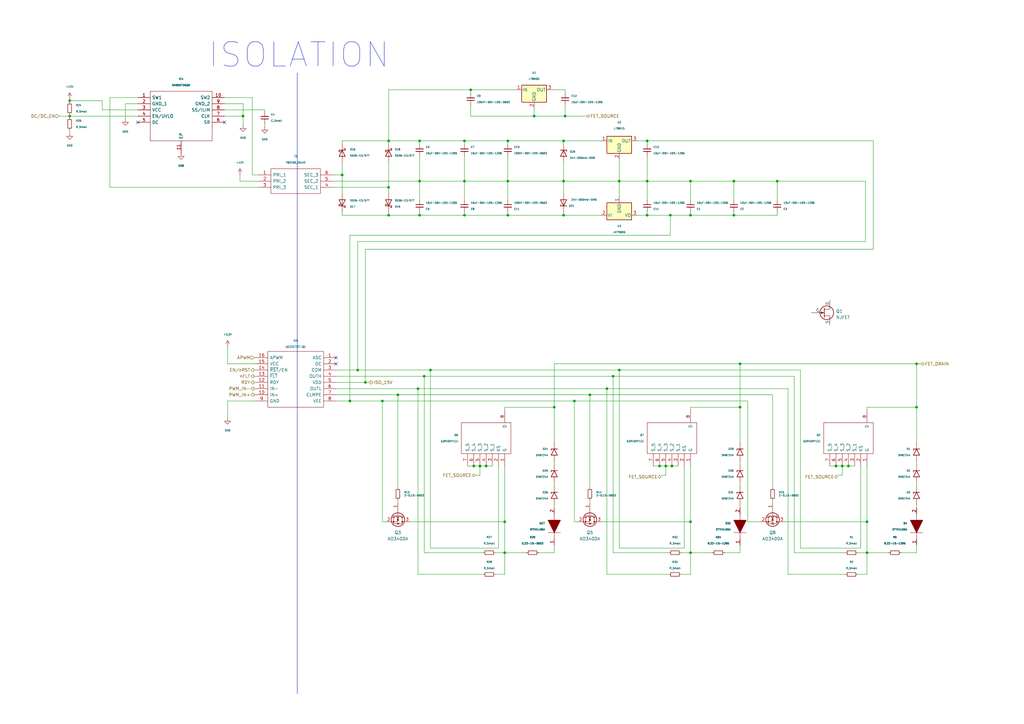
<source format=kicad_sch>
(kicad_sch (version 20230121) (generator eeschema)
  (paper "A3")
  (title_block (title "Low Side Power Stage") (rev "1.0") (company "Logan Rosenmayer"))
  (lib_symbols
    (symbol "Device:C_Small" (pin_numbers hide) (pin_names (offset 0.254) hide)
      (property "Reference" "C" (at 0.254 1.778 0))
      (property "Value" "C_Small" (at 0.254 -2.032 0))
      (symbol "C_Small_1_1"
        (pin passive line (at 0 2.54 270) (length 2.032) (name "~") (number "1"))
        (pin passive line (at 0 -2.54 90) (length 2.032) (name "~") (number "2"))
      )
    )
    (symbol "Device:D_Schottky" (pin_numbers hide) (pin_names (offset 1.016) hide)
      (property "Reference" "D" (at 0 2.54 0))
      (property "Value" "D_Schottky" (at 0 -2.54 0))
      (symbol "D_Schottky_1_1"
        (pin passive line (at -3.81 0 0) (length 2.54) (name "K") (number "1"))
        (pin passive line (at 3.81 0 180) (length 2.54) (name "A") (number "2"))
      )
    )
    (symbol "Device:D_Zener" (pin_numbers hide) (pin_names (offset 1.016) hide)
      (property "Reference" "D" (at 0 2.54 0))
      (property "Value" "D_Zener" (at 0 -2.54 0))
      (symbol "D_Zener_1_1"
        (pin passive line (at -3.81 0 0) (length 2.54) (name "K") (number "1"))
        (pin passive line (at 3.81 0 180) (length 2.54) (name "A") (number "2"))
      )
    )
    (symbol "Device:R_Small" (pin_numbers hide) (pin_names (offset 0.254) hide)
      (property "Reference" "R" (at 0.762 0.508 0))
      (property "Value" "R_Small" (at 0.762 -1.016 0))
      (symbol "R_Small_1_1"
        (pin passive line (at 0 2.54 270) (length 0.762) (name "~") (number "1"))
        (pin passive line (at 0 -2.54 90) (length 0.762) (name "~") (number "2"))
      )
    )
    (symbol "Diode:SM6T24A" (pin_numbers hide) (pin_names (offset 1.016) hide)
      (property "Reference" "D" (at 0 2.54 0))
      (property "Value" "SM6T24A" (at 0 -2.54 0))
      (symbol "SM6T24A_1_1"
        (pin passive line (at -3.81 0 0) (length 2.54) (name "A1") (number "1"))
        (pin passive line (at 3.81 0 180) (length 2.54) (name "A2") (number "2"))
      )
    )
    (symbol "Regulator_Linear:L7805" (pin_names (offset 0.254))
      (property "Reference" "U" (at -3.81 3.175 0))
      (property "Value" "L7805" (at 0 3.175 0))
      (symbol "L7805_1_1"
        (pin power_in line (at -7.62 0 0) (length 2.54) (name "IN") (number "1"))
        (pin power_in line (at 0 -7.62 90) (length 2.54) (name "GND") (number "2"))
        (pin power_out line (at 7.62 0 180) (length 2.54) (name "OUT") (number "3"))
      )
    )
    (symbol "Regulator_Linear:L7815" (pin_names (offset 0.254))
      (property "Reference" "U" (at -3.81 3.175 0))
      (property "Value" "L7815" (at 0 3.175 0))
      (symbol "L7815_1_1"
        (pin power_in line (at -7.62 0 0) (length 2.54) (name "IN") (number "1"))
        (pin power_in line (at 0 -7.62 90) (length 2.54) (name "GND") (number "2"))
        (pin power_out line (at 7.62 0 180) (length 2.54) (name "OUT") (number "3"))
      )
    )
    (symbol "Regulator_Linear:LM7905_TO220" (pin_names (offset 0.254))
      (property "Reference" "U" (at -3.81 -3.175 0))
      (property "Value" "LM7905_TO220" (at 0 -3.175 0))
      (symbol "LM7905_TO220_1_1"
        (pin power_in line (at 0 7.62 270) (length 2.54) (name "GND") (number "1"))
        (pin power_in line (at -7.62 0 0) (length 2.54) (name "VI") (number "2"))
        (pin power_out line (at 7.62 0 180) (length 2.54) (name "VO") (number "3"))
      )
    )
    (symbol "SamacSys_Parts:782100_35JVC" (pin_names (offset 0.762))
      (property "Reference" "T" (at 26.67 7.62 0))
      (property "Value" "782100_35JVC" (at 26.67 5.08 0))
      (symbol "782100_35JVC_0_0"
        (pin passive line (at 0 0 0) (length 5.08) (name "PRI_1") (number "1"))
        (pin passive line (at 0 -2.54 0) (length 5.08) (name "PRI_2") (number "2"))
        (pin passive line (at 0 -5.08 0) (length 5.08) (name "PRI_3") (number "3"))
        (pin passive line (at 30.48 -5.08 180) (length 5.08) (name "SEC_1") (number "4"))
        (pin passive line (at 30.48 -2.54 180) (length 5.08) (name "SEC_2") (number "5"))
        (pin passive line (at 30.48 0 180) (length 5.08) (name "SEC_3") (number "6"))
      )
    )
    (symbol "SamacSys_Parts:G3R40MT12J" (pin_names (offset 0.762))
      (property "Reference" "Q" (at 19.05 7.62 0))
      (property "Value" "G3R40MT12J" (at 19.05 5.08 0))
      (symbol "G3R40MT12J_0_0"
        (pin passive line (at 0 0 0) (length 5.08) (name "G") (number "1"))
        (pin passive line (at 0 -2.54 0) (length 5.08) (name "KS") (number "2"))
        (pin passive line (at 0 -5.08 0) (length 5.08) (name "S_1") (number "3"))
        (pin passive line (at 0 -7.62 0) (length 5.08) (name "S_2") (number "4"))
        (pin passive line (at 0 -10.16 0) (length 5.08) (name "S_3") (number "5"))
        (pin passive line (at 0 -12.7 0) (length 5.08) (name "S_4") (number "6"))
        (pin passive line (at 0 -15.24 0) (length 5.08) (name "S_5") (number "7"))
        (pin passive line (at 22.86 0 180) (length 5.08) (name "D") (number "8"))
      )
    )
    (symbol "SamacSys_Parts:SN6507DGQR" (pin_names (offset 0.762))
      (property "Reference" "IC" (at 31.75 7.62 0))
      (property "Value" "SN6507DGQR" (at 31.75 5.08 0))
      (symbol "SN6507DGQR_0_0"
        (pin passive line (at 0 0 0) (length 5.08) (name "SW1") (number "1"))
        (pin passive line (at 35.56 0 180) (length 5.08) (name "SW2") (number "10"))
        (pin passive line (at 17.78 -22.86 90) (length 5.08) (name "EP") (number "11"))
        (pin passive line (at 0 -2.54 0) (length 5.08) (name "GND_1") (number "2"))
        (pin passive line (at 0 -5.08 0) (length 5.08) (name "VCC") (number "3"))
        (pin passive line (at 0 -7.62 0) (length 5.08) (name "EN/UVLO") (number "4"))
        (pin passive line (at 0 -10.16 0) (length 5.08) (name "DC") (number "5"))
        (pin passive line (at 35.56 -10.16 180) (length 5.08) (name "SR") (number "6"))
        (pin passive line (at 35.56 -7.62 180) (length 5.08) (name "CLK") (number "7"))
        (pin passive line (at 35.56 -5.08 180) (length 5.08) (name "SS/ILIM") (number "8"))
        (pin passive line (at 35.56 -2.54 180) (length 5.08) (name "GND_2") (number "9"))
      )
    )
    (symbol "SamacSys_Parts:STTH1L06A" (pin_names (offset 0.762))
      (property "Reference" "D" (at 11.43 5.08 0))
      (property "Value" "STTH1L06A" (at 11.43 2.54 0))
      (symbol "STTH1L06A_0_0"
        (pin passive line (at 0 0 0) (length 2.54) (name "~") (number "1"))
        (pin passive line (at 15.24 0 180) (length 2.54) (name "~") (number "2"))
      )
    )
    (symbol "SamacSys_Parts:UCC21755-Q1" (pin_names (offset 0.762))
      (property "Reference" "IC5" (at -16.51 7.62 0))
      (property "Value" "UCC21755-Q1" (at -16.51 5.08 0))
      (symbol "UCC21755-Q1_0_0"
        (pin passive line (at 0 0 0) (length 5.08) (name "ASC") (number "1"))
        (pin passive line (at 33.02 -15.24 180) (length 5.08) (name "IN+") (number "10"))
        (pin passive line (at 33.02 -12.7 180) (length 5.08) (name "IN-") (number "11"))
        (pin passive line (at 33.02 -10.16 180) (length 5.08) (name "RDY") (number "12"))
        (pin passive line (at 33.02 -7.62 180) (length 5.08) (name "~{FLT}") (number "13"))
        (pin passive line (at 33.02 -5.08 180) (length 5.08) (name "~{RST}/EN") (number "14"))
        (pin passive line (at 33.02 -2.54 180) (length 5.08) (name "VCC") (number "15"))
        (pin passive line (at 33.02 0 180) (length 5.08) (name "APWM") (number "16"))
        (pin passive line (at 0 -2.54 0) (length 5.08) (name "OC") (number "2"))
        (pin passive line (at 0 -5.08 0) (length 5.08) (name "COM") (number "3"))
        (pin passive line (at 0 -7.62 0) (length 5.08) (name "OUTH") (number "4"))
        (pin passive line (at 0 -10.16 0) (length 5.08) (name "VDD") (number "5"))
        (pin passive line (at 0 -12.7 0) (length 5.08) (name "OUTL") (number "6"))
        (pin passive line (at 0 -15.24 0) (length 5.08) (name "CLMPE") (number "7"))
        (pin passive line (at 0 -17.78 0) (length 5.08) (name "VEE") (number "8"))
        (pin passive line (at 33.02 -17.78 180) (length 5.08) (name "GND") (number "9"))
      )
    )
    (symbol "Simulation_SPICE:NJFET" (pin_numbers hide) (pin_names (offset 0))
      (property "Reference" "Q" (at 5.08 1.27 0))
      (property "Value" "NJFET" (at 5.08 -1.27 0))
      (symbol "NJFET_1_1"
        (pin passive line (at 2.54 5.08 270) (length 2.54) (name "D") (number "1"))
        (pin input line (at -5.08 0 0) (length 5.334) (name "G") (number "2"))
        (pin passive line (at 2.54 -5.08 90) (length 2.54) (name "S") (number "3"))
      )
    )
    (symbol "Transistor_FET:AO3400A" (pin_names hide)
      (property "Reference" "Q" (at 5.08 1.905 0))
      (property "Value" "AO3400A" (at 5.08 0 0))
      (symbol "AO3400A_1_1"
        (pin input line (at -5.08 0 0) (length 2.54) (name "G") (number "1"))
        (pin passive line (at 2.54 -5.08 90) (length 2.54) (name "S") (number "2"))
        (pin passive line (at 2.54 5.08 270) (length 2.54) (name "D") (number "3"))
      )
    )
    (symbol "power:+12V" (power) (pin_names (offset 0))
      (property "Value" "+12V" (at 0 3.556 0))
      (symbol "+12V_1_1"
        (pin power_in line (at 0 0 90) (length 0) hide (name "+12V") (number "1"))
      )
    )
    (symbol "power:+3.3V" (power) (pin_names (offset 0))
      (property "Value" "+3.3V" (at 0 3.556 0))
      (symbol "+3.3V_1_1"
        (pin power_in line (at 0 0 90) (length 0) hide (name "+3.3V") (number "1"))
      )
    )
    (symbol "power:GND" (power) (pin_names (offset 0))
      (property "Value" "GND" (at 0 -3.81 0))
      (symbol "GND_1_1"
        (pin power_in line (at 0 0 270) (length 0) hide (name "GND") (number "1"))
      )
    )
  )
  (junction (at 254 74.295))
  (junction (at 190.5 88.265))
  (junction (at 171.45 159.385))
  (junction (at 303.53 167.005))
  (junction (at 190.5 74.295))
  (junction (at 270.51 191.135))
  (junction (at 235.585 164.465))
  (junction (at 283.21 88.265))
  (junction (at 172.085 57.785))
  (junction (at 231.14 88.265))
  (junction (at 355.6 213.995))
  (junction (at 149.86 156.845))
  (junction (at 300.99 74.295))
  (junction (at 199.39 191.135))
  (junction (at 265.43 88.265))
  (junction (at 143.51 164.465))
  (junction (at 375.92 149.225))
  (junction (at 28.575 41.275))
  (junction (at 227.33 167.005))
  (junction (at 265.43 74.295))
  (junction (at 207.01 226.695))
  (junction (at 283.21 226.695))
  (junction (at 241.935 161.925))
  (junction (at 163.195 161.925))
  (junction (at 208.28 74.295))
  (junction (at 265.43 57.785))
  (junction (at 159.385 88.265))
  (junction (at 219.075 47.625))
  (junction (at 156.845 164.465))
  (junction (at 355.6 226.695))
  (junction (at 140.335 71.755))
  (junction (at 275.59 191.135))
  (junction (at 28.575 47.625))
  (junction (at 172.085 74.295))
  (junction (at 190.5 57.785))
  (junction (at 347.98 191.135))
  (junction (at 99.695 47.625))
  (junction (at 172.085 88.265))
  (junction (at 274.955 88.265))
  (junction (at 303.53 149.225))
  (junction (at 283.21 213.995))
  (junction (at 196.85 191.135))
  (junction (at 208.28 88.265))
  (junction (at 283.21 74.295))
  (junction (at 318.77 74.295))
  (junction (at 207.01 213.995))
  (junction (at 231.775 47.625))
  (junction (at 300.99 88.265))
  (junction (at 342.9 191.135))
  (junction (at 176.53 151.765))
  (junction (at 345.44 191.135))
  (junction (at 254 151.765))
  (junction (at 248.92 159.385))
  (junction (at 231.14 74.295))
  (junction (at 173.99 154.305))
  (junction (at 193.04 36.83))
  (junction (at 251.46 154.305))
  (junction (at 146.685 151.765))
  (junction (at 159.385 76.835))
  (junction (at 208.28 57.785))
  (junction (at 194.31 191.135))
  (junction (at 375.92 167.005))
  (junction (at 273.05 191.135))
  (junction (at 159.385 57.785))
  (junction (at 231.14 57.785))
  (no_connect (at 56.515 50.165))
  (no_connect (at 92.075 50.165))
  (no_connect (at 137.795 149.225))
  (no_connect (at 137.795 146.685))
  (wire (pts (xy 172.085 86.995) (xy 172.085 88.265)))
  (wire (pts (xy 176.53 151.765) (xy 254 151.765)))
  (wire (pts (xy 283.21 74.295) (xy 300.99 74.295)))
  (wire (pts (xy 231.14 88.265) (xy 231.14 86.995)))
  (wire (pts (xy 193.04 38.1) (xy 193.04 36.83)))
  (wire (pts (xy 92.075 47.625) (xy 99.695 47.625)))
  (wire (pts (xy 300.99 88.265) (xy 318.77 88.265)))
  (wire (pts (xy 342.9 191.135) (xy 340.36 191.135)))
  (wire (pts (xy 248.92 159.385) (xy 248.92 235.585)))
  (wire (pts (xy 140.335 88.265) (xy 159.385 88.265)))
  (wire (pts (xy 104.14 151.765) (xy 104.775 151.765)))
  (wire (pts (xy 283.21 191.135) (xy 283.21 213.995)))
  (wire (pts (xy 146.685 151.765) (xy 146.685 99.06)))
  (wire (pts (xy 303.53 167.005) (xy 303.53 181.61)))
  (wire (pts (xy 196.85 191.135) (xy 194.31 191.135)))
  (wire (pts (xy 261.62 57.785) (xy 265.43 57.785)))
  (wire (pts (xy 92.075 40.005) (xy 103.505 40.005)))
  (wire (pts (xy 323.215 235.585) (xy 346.71 235.585)))
  (wire (pts (xy 28.575 46.99) (xy 28.575 47.625)))
  (wire (pts (xy 325.755 226.695) (xy 325.755 154.305)))
  (wire (pts (xy 156.845 164.465) (xy 235.585 164.465)))
  (wire (pts (xy 104.14 156.845) (xy 104.775 156.845)))
  (wire (pts (xy 303.53 189.23) (xy 303.53 190.5)))
  (wire (pts (xy 283.21 226.695) (xy 279.4 226.695)))
  (wire (pts (xy 280.67 191.135) (xy 280.67 224.79)))
  (wire (pts (xy 318.77 88.265) (xy 318.77 86.995)))
  (wire (pts (xy 270.51 191.135) (xy 267.97 191.135)))
  (wire (pts (xy 265.43 57.785) (xy 358.14 57.785)))
  (wire (pts (xy 306.705 164.465) (xy 306.705 213.995)))
  (wire (pts (xy 375.92 207.01) (xy 375.92 208.28)))
  (wire (pts (xy 321.945 213.995) (xy 355.6 213.995)))
  (wire (pts (xy 98.425 74.295) (xy 98.425 71.755)))
  (wire (pts (xy 201.93 191.135) (xy 199.39 191.135)))
  (wire (pts (xy 106.045 74.295) (xy 98.425 74.295)))
  (wire (pts (xy 190.5 74.295) (xy 208.28 74.295)))
  (wire (pts (xy 208.28 88.265) (xy 208.28 86.995)))
  (wire (pts (xy 375.92 149.225) (xy 377.825 149.225)))
  (wire (pts (xy 227.33 226.695) (xy 220.98 226.695)))
  (wire (pts (xy 375.92 167.005) (xy 375.92 181.61)))
  (wire (pts (xy 219.075 44.45) (xy 219.075 47.625)))
  (wire (pts (xy 227.33 167.005) (xy 207.01 167.005)))
  (wire (pts (xy 254 224.79) (xy 280.67 224.79)))
  (wire (pts (xy 219.075 47.625) (xy 231.775 47.625)))
  (wire (pts (xy 364.49 226.695) (xy 355.6 226.695)))
  (wire (pts (xy 227.33 198.12) (xy 227.33 199.39)))
  (wire (pts (xy 28.575 47.625) (xy 28.575 48.26)))
  (wire (pts (xy 355.6 226.695) (xy 355.6 235.585)))
  (wire (pts (xy 300.99 88.265) (xy 300.99 86.995)))
  (wire (pts (xy 303.53 167.005) (xy 283.21 167.005)))
  (wire (pts (xy 172.085 88.265) (xy 190.5 88.265)))
  (wire (pts (xy 92.075 45.085) (xy 108.585 45.085)))
  (wire (pts (xy 231.14 66.675) (xy 231.14 74.295)))
  (wire (pts (xy 51.435 48.895) (xy 51.435 42.545)))
  (wire (pts (xy 190.5 88.265) (xy 190.5 86.995)))
  (wire (pts (xy 318.77 74.295) (xy 354.965 74.295)))
  (wire (pts (xy 159.385 88.265) (xy 159.385 86.995)))
  (wire (pts (xy 316.865 205.105) (xy 316.865 206.375)))
  (wire (pts (xy 93.345 149.225) (xy 93.345 142.24)))
  (wire (pts (xy 208.28 88.265) (xy 231.14 88.265)))
  (wire (pts (xy 193.04 43.18) (xy 193.04 47.625)))
  (wire (pts (xy 227.33 167.005) (xy 227.33 181.61)))
  (wire (pts (xy 104.14 146.685) (xy 104.775 146.685)))
  (wire (pts (xy 328.295 224.79) (xy 353.06 224.79)))
  (wire (pts (xy 254 151.765) (xy 254 224.79)))
  (wire (pts (xy 292.1 226.695) (xy 283.21 226.695)))
  (wire (pts (xy 143.51 164.465) (xy 137.795 164.465)))
  (wire (pts (xy 149.86 156.845) (xy 151.765 156.845)))
  (wire (pts (xy 28.575 41.275) (xy 41.91 41.275)))
  (wire (pts (xy 283.21 88.265) (xy 283.21 86.995)))
  (wire (pts (xy 140.335 57.785) (xy 159.385 57.785)))
  (wire (pts (xy 159.385 76.835) (xy 159.385 79.375)))
  (wire (pts (xy 136.525 76.835) (xy 159.385 76.835)))
  (wire (pts (xy 93.345 171.45) (xy 93.345 164.465)))
  (wire (pts (xy 231.14 88.265) (xy 246.38 88.265)))
  (wire (pts (xy 278.13 191.135) (xy 275.59 191.135)))
  (wire (pts (xy 51.435 42.545) (xy 56.515 42.545)))
  (wire (pts (xy 355.6 226.695) (xy 351.79 226.695)))
  (wire (pts (xy 140.335 59.055) (xy 140.335 57.785)))
  (wire (pts (xy 190.5 57.785) (xy 208.28 57.785)))
  (wire (pts (xy 208.28 59.055) (xy 208.28 57.785)))
  (wire (pts (xy 231.14 57.785) (xy 231.14 59.055)))
  (wire (pts (xy 104.14 154.305) (xy 104.775 154.305)))
  (wire (pts (xy 207.01 213.995) (xy 207.01 226.695)))
  (wire (pts (xy 235.585 213.995) (xy 236.855 213.995)))
  (polyline (pts (xy 121.92 29.845) (xy 121.92 284.48)))
  (wire (pts (xy 231.775 47.625) (xy 240.665 47.625)))
  (wire (pts (xy 273.05 191.135) (xy 273.05 194.945)))
  (wire (pts (xy 163.195 161.925) (xy 241.935 161.925)))
  (wire (pts (xy 273.05 191.135) (xy 270.51 191.135)))
  (wire (pts (xy 45.085 40.005) (xy 56.515 40.005)))
  (wire (pts (xy 241.935 205.105) (xy 241.935 206.375)))
  (wire (pts (xy 375.92 226.695) (xy 369.57 226.695)))
  (wire (pts (xy 190.5 74.295) (xy 190.5 81.915)))
  (wire (pts (xy 45.085 76.835) (xy 106.045 76.835)))
  (wire (pts (xy 193.04 36.83) (xy 211.455 36.83)))
  (wire (pts (xy 137.795 156.845) (xy 149.86 156.845)))
  (wire (pts (xy 190.5 88.265) (xy 208.28 88.265)))
  (wire (pts (xy 172.085 74.295) (xy 172.085 64.135)))
  (wire (pts (xy 375.92 167.005) (xy 355.6 167.005)))
  (wire (pts (xy 163.195 205.105) (xy 163.195 206.375)))
  (wire (pts (xy 159.385 57.785) (xy 172.085 57.785)))
  (wire (pts (xy 215.9 226.695) (xy 207.01 226.695)))
  (wire (pts (xy 156.845 164.465) (xy 156.845 213.995)))
  (wire (pts (xy 204.47 191.135) (xy 204.47 224.79)))
  (wire (pts (xy 254 65.405) (xy 254 74.295)))
  (wire (pts (xy 265.43 64.135) (xy 265.43 74.295)))
  (wire (pts (xy 354.965 74.295) (xy 354.965 99.06)))
  (wire (pts (xy 343.535 194.945) (xy 345.44 194.945)))
  (wire (pts (xy 173.99 154.305) (xy 251.46 154.305)))
  (wire (pts (xy 353.06 191.135) (xy 353.06 224.79)))
  (wire (pts (xy 104.14 161.925) (xy 104.775 161.925)))
  (wire (pts (xy 28.575 53.34) (xy 28.575 54.61)))
  (wire (pts (xy 254 151.765) (xy 328.295 151.765)))
  (wire (pts (xy 198.12 226.695) (xy 173.99 226.695)))
  (wire (pts (xy 375.92 189.23) (xy 375.92 190.5)))
  (wire (pts (xy 140.335 71.755) (xy 140.335 79.375)))
  (wire (pts (xy 149.86 102.235) (xy 358.14 102.235)))
  (wire (pts (xy 208.28 74.295) (xy 208.28 64.135)))
  (wire (pts (xy 265.43 88.265) (xy 274.955 88.265)))
  (wire (pts (xy 103.505 71.755) (xy 103.505 40.005)))
  (wire (pts (xy 283.21 235.585) (xy 279.4 235.585)))
  (wire (pts (xy 172.085 57.785) (xy 190.5 57.785)))
  (wire (pts (xy 355.6 191.135) (xy 355.6 213.995)))
  (wire (pts (xy 274.955 88.265) (xy 283.21 88.265)))
  (wire (pts (xy 248.92 159.385) (xy 323.215 159.385)))
  (wire (pts (xy 171.45 235.585) (xy 171.45 159.385)))
  (wire (pts (xy 358.14 57.785) (xy 358.14 102.235)))
  (wire (pts (xy 328.295 151.765) (xy 328.295 224.79)))
  (wire (pts (xy 375.92 223.52) (xy 375.92 226.695)))
  (wire (pts (xy 136.525 71.755) (xy 140.335 71.755)))
  (wire (pts (xy 227.33 223.52) (xy 227.33 226.695)))
  (wire (pts (xy 196.85 191.135) (xy 196.85 194.945)))
  (wire (pts (xy 104.775 164.465) (xy 93.345 164.465)))
  (wire (pts (xy 227.33 189.23) (xy 227.33 190.5)))
  (wire (pts (xy 159.385 36.83) (xy 159.385 57.785)))
  (wire (pts (xy 208.28 74.295) (xy 231.14 74.295)))
  (wire (pts (xy 251.46 226.695) (xy 251.46 154.305)))
  (wire (pts (xy 300.99 74.295) (xy 318.77 74.295)))
  (wire (pts (xy 271.145 194.945) (xy 273.05 194.945)))
  (wire (pts (xy 194.945 194.945) (xy 196.85 194.945)))
  (wire (pts (xy 248.92 235.585) (xy 274.32 235.585)))
  (wire (pts (xy 45.085 40.005) (xy 45.085 76.835)))
  (wire (pts (xy 204.47 224.79) (xy 176.53 224.79)))
  (wire (pts (xy 241.935 161.925) (xy 316.865 161.925)))
  (wire (pts (xy 303.53 226.695) (xy 297.18 226.695)))
  (wire (pts (xy 199.39 191.135) (xy 196.85 191.135)))
  (wire (pts (xy 208.28 74.295) (xy 208.28 81.915)))
  (wire (pts (xy 325.755 226.695) (xy 346.71 226.695)))
  (wire (pts (xy 137.795 151.765) (xy 146.685 151.765)))
  (wire (pts (xy 251.46 154.305) (xy 325.755 154.305)))
  (wire (pts (xy 303.53 223.52) (xy 303.53 226.695)))
  (wire (pts (xy 350.52 191.135) (xy 347.98 191.135)))
  (wire (pts (xy 149.86 156.845) (xy 149.86 102.235)))
  (wire (pts (xy 171.45 159.385) (xy 137.795 159.385)))
  (wire (pts (xy 300.99 74.295) (xy 300.99 81.915)))
  (wire (pts (xy 303.53 207.01) (xy 303.53 208.28)))
  (wire (pts (xy 190.5 59.055) (xy 190.5 57.785)))
  (wire (pts (xy 306.705 213.995) (xy 311.785 213.995)))
  (wire (pts (xy 176.53 151.765) (xy 176.53 224.79)))
  (wire (pts (xy 146.685 99.06) (xy 354.965 99.06)))
  (wire (pts (xy 274.32 226.695) (xy 251.46 226.695)))
  (wire (pts (xy 99.695 47.625) (xy 99.695 51.435)))
  (wire (pts (xy 108.585 45.085) (xy 108.585 45.72)))
  (wire (pts (xy 193.04 47.625) (xy 219.075 47.625)))
  (wire (pts (xy 24.13 47.625) (xy 28.575 47.625)))
  (wire (pts (xy 207.01 191.135) (xy 207.01 213.995)))
  (wire (pts (xy 227.33 149.225) (xy 227.33 167.005)))
  (wire (pts (xy 106.045 71.755) (xy 103.505 71.755)))
  (wire (pts (xy 355.6 213.995) (xy 355.6 226.695)))
  (wire (pts (xy 173.99 226.695) (xy 173.99 154.305)))
  (wire (pts (xy 156.845 213.995) (xy 158.115 213.995)))
  (wire (pts (xy 198.12 235.585) (xy 171.45 235.585)))
  (wire (pts (xy 99.695 42.545) (xy 99.695 47.625)))
  (wire (pts (xy 226.695 36.83) (xy 231.775 36.83)))
  (wire (pts (xy 318.77 74.295) (xy 318.77 81.915)))
  (wire (pts (xy 345.44 191.135) (xy 345.44 194.945)))
  (wire (pts (xy 231.14 79.375) (xy 231.14 74.295)))
  (wire (pts (xy 231.14 57.785) (xy 246.38 57.785)))
  (wire (pts (xy 159.385 36.83) (xy 193.04 36.83)))
  (wire (pts (xy 143.51 164.465) (xy 156.845 164.465)))
  (wire (pts (xy 28.575 40.64) (xy 28.575 41.275)))
  (wire (pts (xy 235.585 164.465) (xy 306.705 164.465)))
  (wire (pts (xy 283.21 88.265) (xy 300.99 88.265)))
  (wire (pts (xy 283.21 74.295) (xy 283.21 81.915)))
  (wire (pts (xy 108.585 50.8) (xy 108.585 52.07)))
  (wire (pts (xy 137.795 161.925) (xy 163.195 161.925)))
  (wire (pts (xy 265.43 88.265) (xy 265.43 86.995)))
  (wire (pts (xy 254 74.295) (xy 265.43 74.295)))
  (wire (pts (xy 173.99 154.305) (xy 137.795 154.305)))
  (wire (pts (xy 227.33 149.225) (xy 303.53 149.225)))
  (wire (pts (xy 41.91 45.085) (xy 41.91 41.275)))
  (wire (pts (xy 283.21 213.995) (xy 283.21 226.695)))
  (wire (pts (xy 208.28 57.785) (xy 231.14 57.785)))
  (wire (pts (xy 146.685 151.765) (xy 176.53 151.765)))
  (wire (pts (xy 190.5 74.295) (xy 190.5 64.135)))
  (wire (pts (xy 274.955 88.265) (xy 274.955 96.52)))
  (wire (pts (xy 28.575 47.625) (xy 56.515 47.625)))
  (wire (pts (xy 104.775 149.225) (xy 93.345 149.225)))
  (wire (pts (xy 159.385 76.835) (xy 159.385 66.675)))
  (wire (pts (xy 265.43 74.295) (xy 283.21 74.295)))
  (wire (pts (xy 355.6 235.585) (xy 351.79 235.585)))
  (wire (pts (xy 104.14 159.385) (xy 104.775 159.385)))
  (wire (pts (xy 303.53 149.225) (xy 375.92 149.225)))
  (wire (pts (xy 241.935 161.925) (xy 241.935 200.025)))
  (wire (pts (xy 323.215 159.385) (xy 323.215 235.585)))
  (wire (pts (xy 347.98 191.135) (xy 345.44 191.135)))
  (wire (pts (xy 345.44 191.135) (xy 342.9 191.135)))
  (wire (pts (xy 207.01 235.585) (xy 203.2 235.585)))
  (wire (pts (xy 56.515 45.085) (xy 41.91 45.085)))
  (wire (pts (xy 207.01 226.695) (xy 207.01 235.585)))
  (wire (pts (xy 355.6 167.005) (xy 355.6 168.275)))
  (wire (pts (xy 207.01 167.005) (xy 207.01 168.275)))
  (wire (pts (xy 168.275 213.995) (xy 207.01 213.995)))
  (wire (pts (xy 163.195 161.925) (xy 163.195 200.025)))
  (wire (pts (xy 265.43 59.055) (xy 265.43 57.785)))
  (wire (pts (xy 28.575 41.275) (xy 28.575 41.91)))
  (wire (pts (xy 143.51 96.52) (xy 274.955 96.52)))
  (wire (pts (xy 207.01 226.695) (xy 203.2 226.695)))
  (wire (pts (xy 172.085 74.295) (xy 172.085 81.915)))
  (wire (pts (xy 261.62 88.265) (xy 265.43 88.265)))
  (wire (pts (xy 247.015 213.995) (xy 283.21 213.995)))
  (wire (pts (xy 275.59 191.135) (xy 273.05 191.135)))
  (wire (pts (xy 140.335 86.995) (xy 140.335 88.265)))
  (wire (pts (xy 235.585 164.465) (xy 235.585 213.995)))
  (wire (pts (xy 171.45 159.385) (xy 248.92 159.385)))
  (wire (pts (xy 231.14 74.295) (xy 254 74.295)))
  (wire (pts (xy 283.21 167.005) (xy 283.21 168.275)))
  (wire (pts (xy 254 74.295) (xy 254 80.645)))
  (wire (pts (xy 143.51 96.52) (xy 143.51 164.465)))
  (wire (pts (xy 303.53 149.225) (xy 303.53 167.005)))
  (wire (pts (xy 375.92 198.12) (xy 375.92 199.39)))
  (wire (pts (xy 265.43 74.295) (xy 265.43 81.915)))
  (wire (pts (xy 283.21 226.695) (xy 283.21 235.585)))
  (wire (pts (xy 99.695 42.545) (xy 92.075 42.545)))
  (wire (pts (xy 303.53 198.12) (xy 303.53 199.39)))
  (wire (pts (xy 172.085 74.295) (xy 190.5 74.295)))
  (wire (pts (xy 231.775 38.1) (xy 231.775 36.83)))
  (wire (pts (xy 136.525 74.295) (xy 172.085 74.295)))
  (wire (pts (xy 316.865 161.925) (xy 316.865 200.025)))
  (wire (pts (xy 375.92 167.005) (xy 375.92 149.225)))
  (wire (pts (xy 231.775 43.18) (xy 231.775 47.625)))
  (wire (pts (xy 227.33 207.01) (xy 227.33 208.28)))
  (wire (pts (xy 159.385 88.265) (xy 172.085 88.265)))
  (wire (pts (xy 194.31 191.135) (xy 191.77 191.135)))
  (wire (pts (xy 159.385 57.785) (xy 159.385 59.055)))
  (wire (pts (xy 172.085 57.785) (xy 172.085 59.055)))
  (wire (pts (xy 140.335 71.755) (xy 140.335 66.675)))
  (text "ISOLATION" (at 85.09 28.575 0) (effects (font (size 10 10)) (justify left bottom)))
  (hierarchical_label "FET_SOURCE" (shape bidirectional) (at 240.665 47.625 0))
  (hierarchical_label "FET_SOURCE" (shape bidirectional) (at 343.535 195.58 180))
  (hierarchical_label "PWM_IN-" (shape output) (at 104.14 159.385 180))
  (hierarchical_label "APWM" (shape input) (at 104.14 146.685 180))
  (hierarchical_label "EN{slash}nRST" (shape output) (at 104.14 151.765 180))
  (hierarchical_label "FET_SOURCE" (shape bidirectional) (at 194.945 194.945 180))
  (hierarchical_label "ISO_15V" (shape output) (at 151.765 156.845 0))
  (hierarchical_label "FET_SOURCE" (shape bidirectional) (at 271.145 195.58 180))
  (hierarchical_label "FET_DRAIN" (shape bidirectional) (at 377.825 149.225 0))
  (hierarchical_label "PWM_IN+" (shape output) (at 104.14 161.925 180))
  (hierarchical_label "RDY" (shape output) (at 104.14 156.845 180))
  (hierarchical_label "DC{slash}DC_EN" (shape input) (at 24.13 47.625 180))
  (hierarchical_label "nFLT" (shape output) (at 104.14 154.305 180))
  (symbol (lib_id "power:GND") (at 51.435 48.895 0) (unit 1)
    (property "Reference" "#PWR010" (effects hide))
    (property "Value" "GND" (at 51.435 53.975 0) (effects (font (size 0.75 0.75))))
  )
  (symbol (lib_id "SamacSys_Parts:STTH1L06A") (at 227.33 223.52 270) (mirror x) (unit 1)
    (property "Reference" "D27" (at 223.52 214.6299 90) (effects (font (size 0.75 0.75)) (justify right)))
    (property "Value" "STTH1L06A" (at 223.52 217.1699 90) (effects (font (size 0.75 0.75)) (justify right)))
    (property "Footprint" "DIOM5126X265N" (effects hide))
    (property "Datasheet" "http://www.st.com/web/en/resource/technical/document/datasheet/CD00002694.pdf" (effects hide))
    (property "Description" "Turbo2 rectifier STTH1L06A 1A 600V STMicroelectronics STTH1L06A, SMT Switching Diode, 600V 1A, 80ns, 2-Pin DO-214AC" (effects hide))
    (property "Height" "2.65" (effects hide))
    (property "Manufacturer_Name" "STMicroelectronics" (effects hide))
    (property "Manufacturer_Part_Number" "STTH1L06A" (effects hide))
    (property "Mouser Part Number" "511-STTH1L06A" (effects hide))
    (property "Mouser Price/Stock" "https://www.mouser.co.uk/ProductDetail/STMicroelectronics/STTH1L06A?qs=5tJXUXz1%2FlhmLURi5Sa7SQ%3D%3D" (effects hide))
    (property "Arrow Part Number" "STTH1L06A" (effects hide))
    (property "Arrow Price/Stock" "https://www.arrow.com/en/products/stth1l06a/stmicroelectronics?region=nac" (effects hide))
  )
  (symbol (lib_id "Device:D_Zener") (at 231.14 83.185 90) (unit 1)
    (property "Reference" "D21" (at 235.585 84.455 90) (effects (font (size 0.75 0.75)) (justify left)))
    (property "Value" "24V-550mW-SMB" (at 234.315 81.915 90) (effects (font (size 0.75 0.75)) (justify right)))
    (property "Footprint" "Diode_SMD:D_SMB" (effects hide))
  )
  (symbol (lib_id "power:GND") (at 99.695 51.435 0) (unit 1)
    (property "Reference" "#PWR015" (effects hide))
    (property "Value" "GND" (at 99.695 56.515 0) (effects (font (size 0.75 0.75))))
  )
  (symbol (lib_id "Device:D_Schottky") (at 140.335 83.185 270) (mirror x) (unit 1)
    (property "Reference" "D17" (at 143.51 84.7726 90) (effects (font (size 0.75 0.75)) (justify left)))
    (property "Value" "SS36-E3/57T" (at 143.51 82.2326 90) (effects (font (size 0.75 0.75)) (justify left)))
    (property "Footprint" "Diode_SMD:D_SMC" (effects hide))
  )
  (symbol (lib_id "Regulator_Linear:L7805") (at 219.075 36.83 0) (unit 1)
    (property "Reference" "U1" (at 219.075 29.845 0) (effects (font (size 0.75 0.75))))
    (property "Value" "L78M05" (at 219.075 32.385 0) (effects (font (size 0.75 0.75))))
    (property "Footprint" "Package_TO_SOT_SMD:TO-252-2" (effects hide))
    (property "Datasheet" "http://www.st.com/content/ccc/resource/technical/document/datasheet/41/4f/b3/b0/12/d4/47/88/CD00000444.pdf/files/CD00000444.pdf/jcr:content/translations/en.CD00000444.pdf" (effects hide))
  )
  (symbol (lib_id "power:GND") (at 28.575 54.61 0) (unit 1)
    (property "Reference" "#PWR09" (effects hide))
    (property "Value" "GND" (at 28.575 59.69 0) (effects (font (size 0.75 0.75))))
  )
  (symbol (lib_id "Device:C_Small") (at 265.43 84.455 0) (mirror y) (unit 1)
    (property "Reference" "C14" (at 267.97 85.7315 0) (effects (font (size 0.75 0.75)) (justify right)))
    (property "Value" "10uF-50V-10%-1206" (at 267.97 83.1915 0) (effects (font (size 0.75 0.75)) (justify right)))
  )
  (symbol (lib_id "Device:D_Schottky") (at 159.385 83.185 270) (mirror x) (unit 1)
    (property "Reference" "D19" (at 161.925 84.7726 90) (effects (font (size 0.75 0.75)) (justify left)))
    (property "Value" "SS36-E3/57T" (at 161.925 82.2326 90) (effects (font (size 0.75 0.75)) (justify left)))
    (property "Footprint" "Diode_SMD:D_SMC" (effects hide))
  )
  (symbol (lib_id "Diode:SM6T24A") (at 303.53 185.42 90) (mirror x) (unit 1)
    (property "Reference" "D29" (at 300.99 184.1499 90) (effects (font (size 0.75 0.75)) (justify left)))
    (property "Value" "SM6T24A" (at 300.99 186.6899 90) (effects (font (size 0.75 0.75)) (justify left)))
    (property "Footprint" "Diode_SMD:D_SMB" (effects hide))
    (property "Datasheet" "https://www.st.com/resource/en/datasheet/sm6t.pdf" (effects hide))
  )
  (symbol (lib_id "Diode:SM6T24A") (at 227.33 185.42 90) (mirror x) (unit 1)
    (property "Reference" "D24" (at 224.79 184.1499 90) (effects (font (size 0.75 0.75)) (justify left)))
    (property "Value" "SM6T24A" (at 224.79 186.6899 90) (effects (font (size 0.75 0.75)) (justify left)))
    (property "Footprint" "Diode_SMD:D_SMB" (effects hide))
    (property "Datasheet" "https://www.st.com/resource/en/datasheet/sm6t.pdf" (effects hide))
  )
  (symbol (lib_id "Device:R_Small") (at 294.64 226.695 270) (mirror x) (unit 1)
    (property "Reference" "R34" (at 294.64 220.345 90) (effects (font (size 0.75 0.75))))
    (property "Value" "0.22-1%-1206" (at 294.64 222.885 90) (effects (font (size 0.75 0.75))))
  )
  (symbol (lib_id "SamacSys_Parts:STTH1L06A") (at 303.53 223.52 270) (mirror x) (unit 1)
    (property "Reference" "D32" (at 299.72 214.6299 90) (effects (font (size 0.75 0.75)) (justify right)))
    (property "Value" "STTH1L06A" (at 299.72 217.1699 90) (effects (font (size 0.75 0.75)) (justify right)))
    (property "Footprint" "DIOM5126X265N" (effects hide))
    (property "Datasheet" "http://www.st.com/web/en/resource/technical/document/datasheet/CD00002694.pdf" (effects hide))
    (property "Description" "Turbo2 rectifier STTH1L06A 1A 600V STMicroelectronics STTH1L06A, SMT Switching Diode, 600V 1A, 80ns, 2-Pin DO-214AC" (effects hide))
    (property "Height" "2.65" (effects hide))
    (property "Manufacturer_Name" "STMicroelectronics" (effects hide))
    (property "Manufacturer_Part_Number" "STTH1L06A" (effects hide))
    (property "Mouser Part Number" "511-STTH1L06A" (effects hide))
    (property "Mouser Price/Stock" "https://www.mouser.co.uk/ProductDetail/STMicroelectronics/STTH1L06A?qs=5tJXUXz1%2FlhmLURi5Sa7SQ%3D%3D" (effects hide))
    (property "Arrow Part Number" "STTH1L06A" (effects hide))
    (property "Arrow Price/Stock" "https://www.arrow.com/en/products/stth1l06a/stmicroelectronics?region=nac" (effects hide))
  )
  (symbol (lib_id "power:+12V") (at 98.425 71.755 0) (unit 1)
    (property "Reference" "#PWR014" (effects hide))
    (property "Value" "+12V" (at 98.425 66.675 0) (effects (font (size 0.75 0.75))))
  )
  (symbol (lib_id "Diode:SM6T24A") (at 227.33 203.2 90) (mirror x) (unit 1)
    (property "Reference" "D26" (at 224.79 201.9299 90) (effects (font (size 0.75 0.75)) (justify left)))
    (property "Value" "SM6T24A" (at 224.79 204.4699 90) (effects (font (size 0.75 0.75)) (justify left)))
    (property "Footprint" "Diode_SMD:D_SMB" (effects hide))
    (property "Datasheet" "https://www.st.com/resource/en/datasheet/sm6t.pdf" (effects hide))
  )
  (symbol (lib_id "Diode:SM6T24A") (at 303.53 203.2 90) (mirror x) (unit 1)
    (property "Reference" "D31" (at 300.99 201.9299 90) (effects (font (size 0.75 0.75)) (justify left)))
    (property "Value" "SM6T24A" (at 300.99 204.4699 90) (effects (font (size 0.75 0.75)) (justify left)))
    (property "Footprint" "Diode_SMD:D_SMB" (effects hide))
    (property "Datasheet" "https://www.st.com/resource/en/datasheet/sm6t.pdf" (effects hide))
  )
  (symbol (lib_id "Device:R_Small") (at 28.575 50.8 0) (unit 1)
    (property "Reference" "R25" (at 31.115 49.5299 0) (effects (font (size 0.75 0.75)) (justify left)))
    (property "Value" "R_Small" (at 31.115 52.0699 0) (effects (font (size 0.75 0.75)) (justify left)))
  )
  (symbol (lib_id "Diode:SM6T24A") (at 375.92 194.31 90) (mirror x) (unit 1)
    (property "Reference" "D2" (at 373.38 193.0399 90) (effects (font (size 0.75 0.75)) (justify left)))
    (property "Value" "SM6T24A" (at 373.38 195.5799 90) (effects (font (size 0.75 0.75)) (justify left)))
    (property "Footprint" "Diode_SMD:D_SMB" (effects hide))
    (property "Datasheet" "https://www.st.com/resource/en/datasheet/sm6t.pdf" (effects hide))
  )
  (symbol (lib_id "Device:C_Small") (at 172.085 61.595 180) (unit 1)
    (property "Reference" "C5" (at 174.625 60.3185 0) (effects (font (size 0.75 0.75)) (justify right)))
    (property "Value" "10uF-50V-10%-1206" (at 174.625 62.8585 0) (effects (font (size 0.75 0.75)) (justify right)))
  )
  (symbol (lib_id "Device:D_Zener") (at 231.14 62.865 270) (unit 1)
    (property "Reference" "D20" (at 233.68 62.2299 90) (effects (font (size 0.75 0.75)) (justify left)))
    (property "Value" "24V-550mW-SMB" (at 233.68 64.7699 90) (effects (font (size 0.75 0.75)) (justify left)))
    (property "Footprint" "Diode_SMD:D_SMB" (effects hide))
  )
  (symbol (lib_id "SamacSys_Parts:SN6507DGQR") (at 56.515 40.005 0) (unit 1)
    (property "Reference" "IC4" (at 74.295 32.385 0) (effects (font (size 0.75 0.75))))
    (property "Value" "SN6507DGQR" (at 74.295 34.925 0) (effects (font (size 0.75 0.75))))
    (property "Footprint" "SOP50P490X110-11N" (effects hide))
    (property "Datasheet" "https://www.ti.com/lit/ds/symlink/sn6507.pdf?ts=1666771541869&ref_url=https%253A%252F%252Fwww.ti.com%252Fproduct%252FSN6507" (effects hide))
    (property "Description" "Gate Drivers Low-emission 36-V push-pull transformer driver with duty cycle control for isolated power supplies" (effects hide))
    (property "Height" "1.1" (effects hide))
    (property "Manufacturer_Name" "Texas Instruments" (effects hide))
    (property "Manufacturer_Part_Number" "SN6507DGQR" (effects hide))
    (property "Mouser Part Number" "595-SN6507DGQR" (effects hide))
    (property "Mouser Price/Stock" "https://www.mouser.co.uk/ProductDetail/Texas-Instruments/SN6507DGQR?qs=vvQtp7zwQdOlI8FFS82ezA%3D%3D" (effects hide))
    (property "Arrow Part Number" "SN6507DGQR" (effects hide))
    (property "Arrow Price/Stock" "https://www.arrow.com/en/products/sn6507dgqr/texas-instruments?region=nac" (effects hide))
  )
  (symbol (lib_id "power:GND") (at 93.345 171.45 0) (mirror y) (unit 1)
    (property "Reference" "#PWR013" (effects hide))
    (property "Value" "GND" (at 93.345 176.53 0) (effects (font (size 0.75 0.75))))
  )
  (symbol (lib_id "Device:R_Small") (at 367.03 226.695 270) (mirror x) (unit 1)
    (property "Reference" "R9" (at 367.03 220.345 90) (effects (font (size 0.75 0.75))))
    (property "Value" "0.22-1%-1206" (at 367.03 222.885 90) (effects (font (size 0.75 0.75))))
  )
  (symbol (lib_id "SamacSys_Parts:G3R40MT12J") (at 207.01 191.135 270) (mirror x) (unit 1)
    (property "Reference" "Q6" (at 187.96 178.4349 90) (effects (font (size 0.75 0.75)) (justify right)))
    (property "Value" "G3R40MT12J" (at 187.96 180.9749 90) (effects (font (size 0.75 0.75)) (justify right)))
    (property "Footprint" "G3R40MT12J" (effects hide))
    (property "Datasheet" "https://genesicsemi.com/sic-mosfet/G3R40MT12J/G3R40MT12J.pdf" (effects hide))
    (property "Description" "GENESIC SEMICONDUCTOR - G3R40MT12J - Silicon Carbide MOSFET, Single, N Channel, 75 A, 1.2 kV, 0.04 ohm, TO-263 (D2PAK)" (effects hide))
    (property "Height" "4.81" (effects hide))
    (property "Manufacturer_Name" "GeneSiC Semiconductor" (effects hide))
    (property "Manufacturer_Part_Number" "G3R40MT12J" (effects hide))
    (property "Mouser Part Number" "905-G3R40MT12J" (effects hide))
    (property "Mouser Price/Stock" "https://www.mouser.co.uk/ProductDetail/GeneSiC-Semiconductor/G3R40MT12J?qs=zW32dvEIR3tuA9Z5S6Dqnw%3D%3D" (effects hide))
  )
  (symbol (lib_id "Device:R_Small") (at 276.86 226.695 270) (mirror x) (unit 1)
    (property "Reference" "R32" (at 276.86 220.345 90) (effects (font (size 0.75 0.75))))
    (property "Value" "R_Small" (at 276.86 222.885 90) (effects (font (size 0.75 0.75))))
  )
  (symbol (lib_id "Simulation_SPICE:NJFET") (at 337.82 128.27 0) (unit 1)
    (property "Reference" "Q1" (at 342.9 127.635 0) (effects (justify left)))
    (property "Value" "NJFET" (at 342.9 130.175 0) (effects (justify left)))
    (property "Footprint" "Library:HYG050N13NS1B6" (effects hide))
    (property "Sim.Device" "NJFET" (effects hide))
    (property "Sim.Type" "SHICHMANHODGES" (effects hide))
    (property "Sim.Pins" "1=D 2=G 3=S" (effects hide))
  )
  (symbol (lib_id "Diode:SM6T24A") (at 375.92 185.42 90) (mirror x) (unit 1)
    (property "Reference" "D1" (at 373.38 184.1499 90) (effects (font (size 0.75 0.75)) (justify left)))
    (property "Value" "SM6T24A" (at 373.38 186.6899 90) (effects (font (size 0.75 0.75)) (justify left)))
    (property "Footprint" "Diode_SMD:D_SMB" (effects hide))
    (property "Datasheet" "https://www.st.com/resource/en/datasheet/sm6t.pdf" (effects hide))
  )
  (symbol (lib_id "Device:C_Small") (at 231.775 40.64 180) (unit 1)
    (property "Reference" "C12" (at 234.315 39.3635 0) (effects (font (size 0.75 0.75)) (justify right)))
    (property "Value" "10uF-50V-10%-1206" (at 234.315 41.9035 0) (effects (font (size 0.75 0.75)) (justify right)))
  )
  (symbol (lib_id "Diode:SM6T24A") (at 375.92 203.2 90) (mirror x) (unit 1)
    (property "Reference" "D3" (at 373.38 201.9299 90) (effects (font (size 0.75 0.75)) (justify left)))
    (property "Value" "SM6T24A" (at 373.38 204.4699 90) (effects (font (size 0.75 0.75)) (justify left)))
    (property "Footprint" "Diode_SMD:D_SMB" (effects hide))
    (property "Datasheet" "https://www.st.com/resource/en/datasheet/sm6t.pdf" (effects hide))
  )
  (symbol (lib_id "SamacSys_Parts:782100_35JVC") (at 106.045 71.755 0) (unit 1)
    (property "Reference" "T2" (at 121.285 64.135 0) (effects (font (size 0.75 0.75))))
    (property "Value" "782100_35JVC" (at 121.285 66.675 0) (effects (font (size 0.75 0.75))))
    (property "Footprint" "78210035JVC" (effects hide))
    (property "Datasheet" "https://www.murata.com/products/productdata/8816045850654/kmp-782100.pdf?1648429826000" (effects hide))
    (property "Description" "SMPS Transformer, Toroidal Converter, 4 kV, 3.3V" (effects hide))
    (property "Height" "6.85" (effects hide))
    (property "Manufacturer_Name" "Murata Electronics" (effects hide))
    (property "Manufacturer_Part_Number" "782100/35JVC" (effects hide))
    (property "Mouser Part Number" "580-782100/35JVC" (effects hide))
    (property "Mouser Price/Stock" "https://www.mouser.co.uk/ProductDetail/Murata-Power-Solutions/782100-35JVC?qs=55YtniHzbhCvA5mi3%252B80xw%3D%3D" (effects hide))
    (property "Arrow Part Number" "782100/35JVC" (effects hide))
    (property "Arrow Price/Stock" "https://www.arrow.com/en/products/78210035jvc/murata-power-solutions" (effects hide))
  )
  (symbol (lib_id "Device:R_Small") (at 276.86 235.585 270) (mirror x) (unit 1)
    (property "Reference" "R33" (at 276.86 230.505 90) (effects (font (size 0.75 0.75))))
    (property "Value" "R_Small" (at 276.86 233.045 90) (effects (font (size 0.75 0.75))))
  )
  (symbol (lib_id "Device:R_Small") (at 349.25 235.585 270) (mirror x) (unit 1)
    (property "Reference" "R2" (at 349.25 230.505 90) (effects (font (size 0.75 0.75))))
    (property "Value" "R_Small" (at 349.25 233.045 90) (effects (font (size 0.75 0.75))))
  )
  (symbol (lib_id "SamacSys_Parts:G3R40MT12J") (at 355.6 191.135 270) (mirror x) (unit 1)
    (property "Reference" "Q2" (at 336.55 178.4349 90) (effects (font (size 0.75 0.75)) (justify right)))
    (property "Value" "G3R40MT12J" (at 336.55 180.9749 90) (effects (font (size 0.75 0.75)) (justify right)))
    (property "Footprint" "SamacSys_Parts:G3R40MT12J" (effects hide))
    (property "Datasheet" "https://genesicsemi.com/sic-mosfet/G3R40MT12J/G3R40MT12J.pdf" (effects hide))
    (property "Description" "GENESIC SEMICONDUCTOR - G3R40MT12J - Silicon Carbide MOSFET, Single, N Channel, 75 A, 1.2 kV, 0.04 ohm, TO-263 (D2PAK)" (effects hide))
    (property "Height" "4.81" (effects hide))
    (property "Manufacturer_Name" "GeneSiC Semiconductor" (effects hide))
    (property "Manufacturer_Part_Number" "G3R40MT12J" (effects hide))
    (property "Mouser Part Number" "905-G3R40MT12J" (effects hide))
    (property "Mouser Price/Stock" "https://www.mouser.co.uk/ProductDetail/GeneSiC-Semiconductor/G3R40MT12J?qs=zW32dvEIR3tuA9Z5S6Dqnw%3D%3D" (effects hide))
  )
  (symbol (lib_id "Device:D_Schottky") (at 159.385 62.865 270) (unit 1)
    (property "Reference" "D18" (at 161.925 61.2774 90) (effects (font (size 0.75 0.75)) (justify left)))
    (property "Value" "SS36-E3/57T" (at 161.925 63.8174 90) (effects (font (size 0.75 0.75)) (justify left)))
    (property "Footprint" "Diode_SMD:D_SMC" (effects hide))
  )
  (symbol (lib_id "Device:R_Small") (at 218.44 226.695 270) (mirror x) (unit 1)
    (property "Reference" "R29" (at 218.44 220.345 90) (effects (font (size 0.75 0.75))))
    (property "Value" "0.22-1%-0603" (at 218.44 222.885 90) (effects (font (size 0.75 0.75))))
  )
  (symbol (lib_id "power:+3.3V") (at 93.345 142.24 0) (mirror y) (unit 1)
    (property "Reference" "#PWR012" (effects hide))
    (property "Value" "+3.3V" (at 93.345 137.16 0) (effects (font (size 0.75 0.75))))
  )
  (symbol (lib_id "Transistor_FET:AO3400A") (at 241.935 211.455 270) (unit 1)
    (property "Reference" "Q5" (at 241.935 218.44 90))
    (property "Value" "AO3400A" (at 241.935 220.98 90))
    (property "Footprint" "Package_TO_SOT_SMD:SOT-23" (effects hide))
    (property "Datasheet" "http://www.aosmd.com/pdfs/datasheet/AO3400A.pdf" (effects hide))
  )
  (symbol (lib_id "Device:D_Schottky") (at 140.335 62.865 270) (unit 1)
    (property "Reference" "D16" (at 143.51 61.2774 90) (effects (font (size 0.75 0.75)) (justify left)))
    (property "Value" "SS36-E3/57T" (at 143.51 63.8174 90) (effects (font (size 0.75 0.75)) (justify left)))
    (property "Footprint" "Diode_SMD:D_SMC" (effects hide))
  )
  (symbol (lib_id "Device:R_Small") (at 349.25 226.695 270) (mirror x) (unit 1)
    (property "Reference" "R1" (at 349.25 220.345 90) (effects (font (size 0.75 0.75))))
    (property "Value" "R_Small" (at 349.25 222.885 90) (effects (font (size 0.75 0.75))))
  )
  (symbol (lib_id "SamacSys_Parts:G3R40MT12J") (at 283.21 191.135 270) (mirror x) (unit 1)
    (property "Reference" "Q7" (at 264.16 178.4349 90) (effects (font (size 0.75 0.75)) (justify right)))
    (property "Value" "G3R40MT12J" (at 264.16 180.9749 90) (effects (font (size 0.75 0.75)) (justify right)))
    (property "Footprint" "SamacSys_Parts:G3R40MT12J" (effects hide))
    (property "Datasheet" "https://genesicsemi.com/sic-mosfet/G3R40MT12J/G3R40MT12J.pdf" (effects hide))
    (property "Description" "GENESIC SEMICONDUCTOR - G3R40MT12J - Silicon Carbide MOSFET, Single, N Channel, 75 A, 1.2 kV, 0.04 ohm, TO-263 (D2PAK)" (effects hide))
    (property "Height" "4.81" (effects hide))
    (property "Manufacturer_Name" "GeneSiC Semiconductor" (effects hide))
    (property "Manufacturer_Part_Number" "G3R40MT12J" (effects hide))
    (property "Mouser Part Number" "905-G3R40MT12J" (effects hide))
    (property "Mouser Price/Stock" "https://www.mouser.co.uk/ProductDetail/GeneSiC-Semiconductor/G3R40MT12J?qs=zW32dvEIR3tuA9Z5S6Dqnw%3D%3D" (effects hide))
  )
  (symbol (lib_id "Device:R_Small") (at 28.575 44.45 180) (unit 1)
    (property "Reference" "R24" (at 31.115 43.1799 0) (effects (font (size 0.75 0.75)) (justify right)))
    (property "Value" "R_Small" (at 31.115 45.7199 0) (effects (font (size 0.75 0.75)) (justify right)))
  )
  (symbol (lib_id "Device:R_Small") (at 163.195 202.565 0) (unit 1)
    (property "Reference" "R13" (at 165.735 201.93 0) (effects (font (size 0.75 0.75)) (justify left)))
    (property "Value" "2-0.1%-0603" (at 165.735 203.2 0) (effects (font (size 0.75 0.75)) (justify left)))
  )
  (symbol (lib_id "SamacSys_Parts:STTH1L06A") (at 375.92 223.52 270) (mirror x) (unit 1)
    (property "Reference" "D4" (at 372.11 214.6299 90) (effects (font (size 0.75 0.75)) (justify right)))
    (property "Value" "STTH1L06A" (at 372.11 217.1699 90) (effects (font (size 0.75 0.75)) (justify right)))
    (property "Footprint" "DIOM5126X265N" (effects hide))
    (property "Datasheet" "http://www.st.com/web/en/resource/technical/document/datasheet/CD00002694.pdf" (effects hide))
    (property "Description" "Turbo2 rectifier STTH1L06A 1A 600V STMicroelectronics STTH1L06A, SMT Switching Diode, 600V 1A, 80ns, 2-Pin DO-214AC" (effects hide))
    (property "Height" "2.65" (effects hide))
    (property "Manufacturer_Name" "STMicroelectronics" (effects hide))
    (property "Manufacturer_Part_Number" "STTH1L06A" (effects hide))
    (property "Mouser Part Number" "511-STTH1L06A" (effects hide))
    (property "Mouser Price/Stock" "https://www.mouser.co.uk/ProductDetail/STMicroelectronics/STTH1L06A?qs=5tJXUXz1%2FlhmLURi5Sa7SQ%3D%3D" (effects hide))
    (property "Arrow Part Number" "STTH1L06A" (effects hide))
    (property "Arrow Price/Stock" "https://www.arrow.com/en/products/stth1l06a/stmicroelectronics?region=nac" (effects hide))
  )
  (symbol (lib_id "Device:C_Small") (at 172.085 84.455 0) (mirror y) (unit 1)
    (property "Reference" "C6" (at 174.625 85.7315 0) (effects (font (size 0.75 0.75)) (justify right)))
    (property "Value" "10uF-50V-10%-1206" (at 174.625 83.1915 0) (effects (font (size 0.75 0.75)) (justify right)))
  )
  (symbol (lib_id "Device:C_Small") (at 190.5 61.595 180) (unit 1)
    (property "Reference" "C7" (at 193.04 60.3185 0) (effects (font (size 0.75 0.75)) (justify right)))
    (property "Value" "10uF-50V-10%-1206" (at 193.04 62.8585 0) (effects (font (size 0.75 0.75)) (justify right)))
  )
  (symbol (lib_id "Device:C_Small") (at 300.99 84.455 0) (mirror y) (unit 1)
    (property "Reference" "C2" (at 303.53 85.7315 0) (effects (font (size 0.75 0.75)) (justify right)))
    (property "Value" "10uF-50V-10%-1206" (at 303.53 83.1915 0) (effects (font (size 0.75 0.75)) (justify right)))
  )
  (symbol (lib_id "Device:C_Small") (at 283.21 84.455 0) (mirror y) (unit 1)
    (property "Reference" "C1" (at 285.75 85.7315 0) (effects (font (size 0.75 0.75)) (justify right)))
    (property "Value" "10uF-50V-10%-1206" (at 285.75 83.1915 0) (effects (font (size 0.75 0.75)) (justify right)))
  )
  (symbol (lib_id "Device:R_Small") (at 200.66 226.695 270) (mirror x) (unit 1)
    (property "Reference" "R27" (at 200.66 220.345 90) (effects (font (size 0.75 0.75))))
    (property "Value" "R_Small" (at 200.66 222.885 90) (effects (font (size 0.75 0.75))))
  )
  (symbol (lib_id "power:GND") (at 108.585 52.07 0) (unit 1)
    (property "Reference" "#PWR016" (effects hide))
    (property "Value" "GND" (at 108.585 57.15 0) (effects (font (size 0.75 0.75))))
  )
  (symbol (lib_id "Device:R_Small") (at 316.865 202.565 0) (unit 1)
    (property "Reference" "R15" (at 319.405 201.93 0) (effects (font (size 0.75 0.75)) (justify left)))
    (property "Value" "2-0.1%-0603" (at 319.405 203.2 0) (effects (font (size 0.75 0.75)) (justify left)))
  )
  (symbol (lib_id "Regulator_Linear:LM7905_TO220") (at 254 88.265 0) (unit 1)
    (property "Reference" "U3" (at 254 92.71 0) (effects (font (size 0.75 0.75))))
    (property "Value" "LM7905S" (at 254 95.25 0) (effects (font (size 0.75 0.75))))
    (property "Footprint" "Package_TO_SOT_SMD:TO-263-3_TabPin2" (effects hide))
    (property "Datasheet" "https://www.onsemi.com/pub/Collateral/MC7900-D.PDF" (effects hide))
  )
  (symbol (lib_id "Device:C_Small") (at 208.28 84.455 0) (mirror y) (unit 1)
    (property "Reference" "C11" (at 210.82 85.7315 0) (effects (font (size 0.75 0.75)) (justify right)))
    (property "Value" "100nF-50V-10%-0603" (at 210.82 83.185 0) (effects (font (size 0.75 0.75)) (justify right)))
  )
  (symbol (lib_id "power:GND") (at 74.295 62.865 0) (unit 1)
    (property "Reference" "#PWR011" (effects hide))
    (property "Value" "GND" (at 74.295 67.945 0) (effects (font (size 0.75 0.75))))
  )
  (symbol (lib_id "Diode:SM6T24A") (at 303.53 194.31 90) (mirror x) (unit 1)
    (property "Reference" "D30" (at 300.99 193.0399 90) (effects (font (size 0.75 0.75)) (justify left)))
    (property "Value" "SM6T24A" (at 300.99 195.5799 90) (effects (font (size 0.75 0.75)) (justify left)))
    (property "Footprint" "Diode_SMD:D_SMB" (effects hide))
    (property "Datasheet" "https://www.st.com/resource/en/datasheet/sm6t.pdf" (effects hide))
  )
  (symbol (lib_id "Regulator_Linear:L7815") (at 254 57.785 0) (unit 1)
    (property "Reference" "U2" (at 254 50.165 0) (effects (font (size 0.75 0.75))))
    (property "Value" "L78M15" (at 254 52.705 0) (effects (font (size 0.75 0.75))))
    (property "Footprint" "Package_TO_SOT_SMD:TO-252-2" (effects hide))
    (property "Datasheet" "http://www.st.com/content/ccc/resource/technical/document/datasheet/41/4f/b3/b0/12/d4/47/88/CD00000444.pdf/files/CD00000444.pdf/jcr:content/translations/en.CD00000444.pdf" (effects hide))
  )
  (symbol (lib_id "Diode:SM6T24A") (at 227.33 194.31 90) (mirror x) (unit 1)
    (property "Reference" "D25" (at 224.79 193.0399 90) (effects (font (size 0.75 0.75)) (justify left)))
    (property "Value" "SM6T24A" (at 224.79 195.5799 90) (effects (font (size 0.75 0.75)) (justify left)))
    (property "Footprint" "Diode_SMD:D_SMB" (effects hide))
    (property "Datasheet" "https://www.st.com/resource/en/datasheet/sm6t.pdf" (effects hide))
  )
  (symbol (lib_id "Device:C_Small") (at 193.04 40.64 180) (unit 1)
    (property "Reference" "C9" (at 195.58 39.3635 0) (effects (font (size 0.75 0.75)) (justify right)))
    (property "Value" "100nF-50V-10%-0603" (at 195.58 41.9035 0) (effects (font (size 0.75 0.75)) (justify right)))
  )
  (symbol (lib_id "Device:C_Small") (at 318.77 84.455 0) (mirror y) (unit 1)
    (property "Reference" "C3" (at 321.31 85.7315 0) (effects (font (size 0.75 0.75)) (justify right)))
    (property "Value" "10uF-50V-10%-1206" (at 321.31 83.1915 0) (effects (font (size 0.75 0.75)) (justify right)))
  )
  (symbol (lib_id "Device:C_Small") (at 190.5 84.455 0) (mirror y) (unit 1)
    (property "Reference" "C8" (at 193.04 85.7315 0) (effects (font (size 0.75 0.75)) (justify right)))
    (property "Value" "10uF-50V-10%-1206" (at 193.04 83.1915 0) (effects (font (size 0.75 0.75)) (justify right)))
  )
  (symbol (lib_id "Transistor_FET:AO3400A") (at 316.865 211.455 270) (unit 1)
    (property "Reference" "Q8" (at 316.865 218.44 90))
    (property "Value" "AO3400A" (at 316.865 220.98 90))
    (property "Footprint" "Package_TO_SOT_SMD:SOT-23" (effects hide))
    (property "Datasheet" "http://www.aosmd.com/pdfs/datasheet/AO3400A.pdf" (effects hide))
  )
  (symbol (lib_id "Device:R_Small") (at 241.935 202.565 0) (unit 1)
    (property "Reference" "R14" (at 244.475 201.93 0) (effects (font (size 0.75 0.75)) (justify left)))
    (property "Value" "2-0.1%-0603" (at 244.475 203.2 0) (effects (font (size 0.75 0.75)) (justify left)))
  )
  (symbol (lib_id "SamacSys_Parts:UCC21755-Q1") (at 137.795 146.685 0) (mirror y) (unit 1)
    (property "Reference" "IC5" (at 121.285 139.7 0) (effects (font (size 0.75 0.75))))
    (property "Value" "UCC21737-Q1" (at 121.285 142.24 0) (effects (font (size 0.75 0.75))))
    (property "Footprint" "SOIC127P1030X265-16N" (effects hide))
    (property "Datasheet" "https://www.ti.com/lit/ds/symlink/ucc21755-q1.pdf?ts=1669026747356&ref_url=https%253A%252F%252Fwww.ti.com%252Fproduct%252FUCC21755-Q1" (effects hide))
    (property "Description" "Automotive 10-A Source/Sink Reinforced Isolated Single Channel Gate Driver for SiC/IGBT with Active Protection, Isolated Analog Sensing and High-CMTI" (effects hide))
    (property "Height" "2.65" (effects hide))
    (property "Manufacturer_Name" "Texas Instruments" (effects hide))
    (property "Manufacturer_Part_Number" "UCC21755-Q1" (effects hide))
  )
  (symbol (lib_id "power:+12V") (at 28.575 40.64 0) (unit 1)
    (property "Reference" "#PWR08" (effects hide))
    (property "Value" "+12V" (at 28.575 35.56 0) (effects (font (size 0.75 0.75))))
  )
  (symbol (lib_id "Device:C_Small") (at 108.585 48.26 180) (unit 1)
    (property "Reference" "C4" (at 111.125 46.9835 0) (effects (font (size 0.75 0.75)) (justify right)))
    (property "Value" "C_Small" (at 111.125 49.5235 0) (effects (font (size 0.75 0.75)) (justify right)))
  )
  (symbol (lib_id "Transistor_FET:AO3400A") (at 163.195 211.455 270) (unit 1)
    (property "Reference" "Q3" (at 163.195 218.44 90))
    (property "Value" "AO3400A" (at 163.195 220.98 90))
    (property "Footprint" "Package_TO_SOT_SMD:SOT-23" (effects hide))
    (property "Datasheet" "http://www.aosmd.com/pdfs/datasheet/AO3400A.pdf" (effects hide))
  )
  (symbol (lib_id "Device:C_Small") (at 208.28 61.595 180) (unit 1)
    (property "Reference" "C10" (at 210.82 60.3185 0) (effects (font (size 0.75 0.75)) (justify right)))
    (property "Value" "100nF-50V-10%-0603" (at 210.82 62.852 0) (effects (font (size 0.75 0.75)) (justify right)))
  )
  (symbol (lib_id "Device:R_Small") (at 200.66 235.585 270) (mirror x) (unit 1)
    (property "Reference" "R28" (at 200.66 230.505 90) (effects (font (size 0.75 0.75))))
    (property "Value" "R_Small" (at 200.66 233.045 90) (effects (font (size 0.75 0.75))))
  )
  (symbol (lib_id "Device:C_Small") (at 265.43 61.595 180) (unit 1)
    (property "Reference" "C13" (at 267.97 60.3185 0) (effects (font (size 0.75 0.75)) (justify right)))
    (property "Value" "10uF-50V-10%-1206" (at 267.97 62.8585 0) (effects (font (size 0.75 0.75)) (justify right)))
  )
)
</source>
